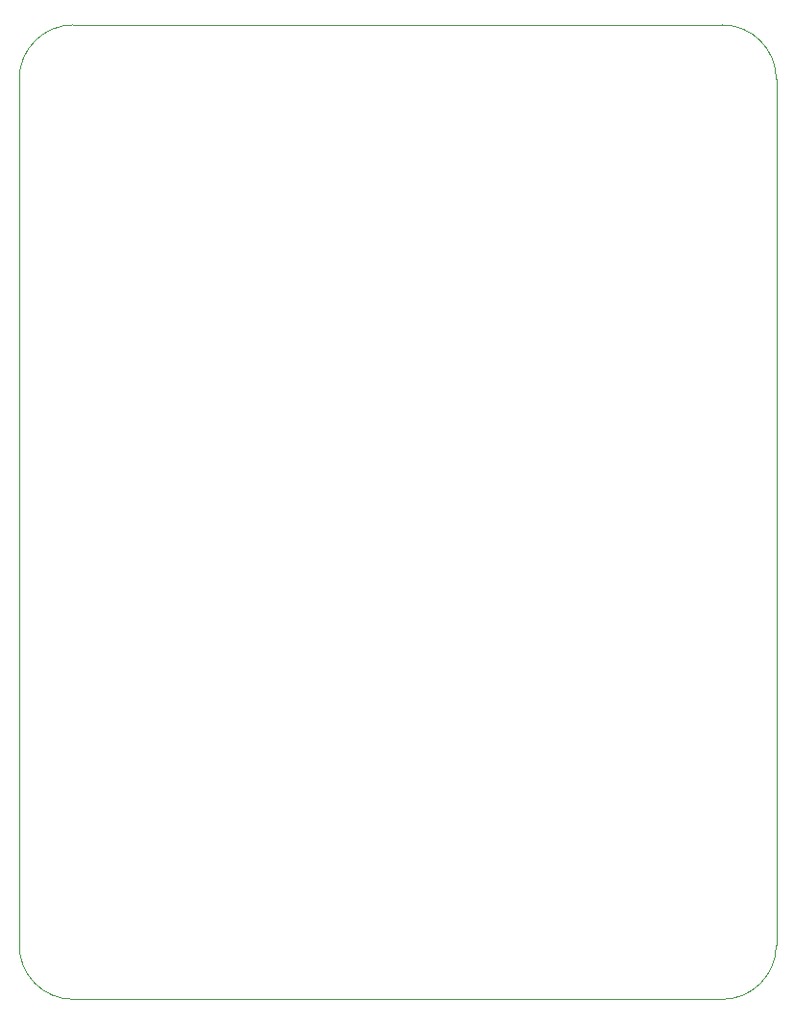
<source format=gbr>
G04 #@! TF.GenerationSoftware,KiCad,Pcbnew,(5.1.5)-2*
G04 #@! TF.CreationDate,2020-01-16T23:06:53-08:00*
G04 #@! TF.ProjectId,Jason's PCB,4a61736f-6e27-4732-9050-43422e6b6963,rev?*
G04 #@! TF.SameCoordinates,Original*
G04 #@! TF.FileFunction,Profile,NP*
%FSLAX46Y46*%
G04 Gerber Fmt 4.6, Leading zero omitted, Abs format (unit mm)*
G04 Created by KiCad (PCBNEW (5.1.5)-2) date 2020-01-16 23:06:53*
%MOMM*%
%LPD*%
G04 APERTURE LIST*
%ADD10C,0.050000*%
G04 APERTURE END LIST*
D10*
X138049000Y-13525500D02*
G75*
G02X142811500Y-18288000I0J-4762500D01*
G01*
X138049000Y-99250500D02*
X134874000Y-99250500D01*
X142811500Y-94488000D02*
X142811500Y-89725500D01*
X142811500Y-94488000D02*
G75*
G02X138049000Y-99250500I-4762500J0D01*
G01*
X80899000Y-99250500D02*
X134874000Y-99250500D01*
X142811500Y-18288000D02*
X142811500Y-89725500D01*
X80899000Y-13525500D02*
X138049000Y-13525500D01*
X76136500Y-94488000D02*
X76136500Y-18288000D01*
X80899000Y-99250500D02*
G75*
G02X76136500Y-94488000I0J4762500D01*
G01*
X76136500Y-18288000D02*
G75*
G02X80899000Y-13525500I4762500J0D01*
G01*
M02*

</source>
